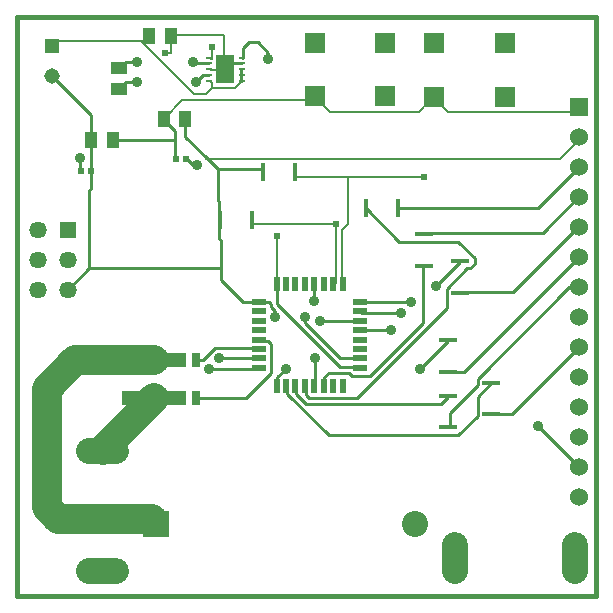
<source format=gtl>
G75*
%MOIN*%
%OFA0B0*%
%FSLAX25Y25*%
%IPPOS*%
%LPD*%
%AMOC8*
5,1,8,0,0,1.08239X$1,22.5*
%
%ADD10C,0.01600*%
%ADD11R,0.04400X0.05700*%
%ADD12R,0.05700X0.04400*%
%ADD13R,0.05000X0.02200*%
%ADD14R,0.02200X0.05000*%
%ADD15R,0.06791X0.06791*%
%ADD16R,0.01575X0.06299*%
%ADD17R,0.02200X0.02400*%
%ADD18R,0.06299X0.01575*%
%ADD19R,0.06024X0.06024*%
%ADD20C,0.06024*%
%ADD21R,0.05150X0.05150*%
%ADD22C,0.05150*%
%ADD23R,0.05740X0.05740*%
%ADD24C,0.05740*%
%ADD25R,0.08681X0.08681*%
%ADD26C,0.08681*%
%ADD27C,0.08685*%
%ADD28R,0.02362X0.00945*%
%ADD29R,0.06496X0.09449*%
%ADD30R,0.02756X0.04724*%
%ADD31R,0.21260X0.04724*%
%ADD32C,0.01000*%
%ADD33C,0.03600*%
%ADD34C,0.00600*%
%ADD35C,0.02400*%
%ADD36C,0.10000*%
D10*
X0030519Y0038647D02*
X0030519Y0231560D01*
X0223432Y0231560D01*
X0223432Y0038647D01*
X0030519Y0038647D01*
X0075381Y0064237D02*
X0077015Y0062604D01*
D11*
X0062376Y0190734D03*
X0055276Y0190734D03*
X0079410Y0197584D03*
X0086510Y0197584D03*
X0081706Y0225300D03*
X0074606Y0225300D03*
D12*
X0064495Y0214756D03*
X0064495Y0207656D03*
D13*
X0111178Y0136718D03*
X0111178Y0133568D03*
X0111178Y0130419D03*
X0111178Y0127269D03*
X0111178Y0124119D03*
X0111178Y0120970D03*
X0111178Y0117820D03*
X0111178Y0114671D03*
X0144978Y0114671D03*
X0144978Y0117820D03*
X0144978Y0120970D03*
X0144978Y0124119D03*
X0144978Y0127269D03*
X0144978Y0130419D03*
X0144978Y0133568D03*
X0144978Y0136718D03*
D14*
X0139101Y0142594D03*
X0135952Y0142594D03*
X0132802Y0142594D03*
X0129652Y0142594D03*
X0126503Y0142594D03*
X0123353Y0142594D03*
X0120204Y0142594D03*
X0117054Y0142594D03*
X0117054Y0108794D03*
X0120204Y0108794D03*
X0123353Y0108794D03*
X0126503Y0108794D03*
X0129652Y0108794D03*
X0132802Y0108794D03*
X0135952Y0108794D03*
X0139101Y0108794D03*
D15*
X0129692Y0205379D03*
X0129692Y0223096D03*
X0153314Y0223096D03*
X0169456Y0222820D03*
X0169456Y0205104D03*
X0153314Y0205379D03*
X0193078Y0205104D03*
X0193078Y0222820D03*
D16*
X0157566Y0168056D03*
X0146936Y0168056D03*
X0123314Y0179867D03*
X0112684Y0179867D03*
X0108747Y0164119D03*
X0098117Y0164119D03*
D17*
X0086736Y0184395D03*
X0083436Y0184395D03*
X0055043Y0180458D03*
X0051743Y0180458D03*
D18*
X0166267Y0159237D03*
X0166267Y0148608D03*
X0178235Y0150340D03*
X0178235Y0139710D03*
X0174298Y0123962D03*
X0174298Y0113332D03*
X0174298Y0105458D03*
X0174298Y0094828D03*
X0188668Y0099159D03*
X0188668Y0109789D03*
D19*
X0217763Y0201678D03*
D20*
X0217763Y0191678D03*
X0217763Y0181678D03*
X0217763Y0171678D03*
X0217763Y0161678D03*
X0217763Y0151678D03*
X0217763Y0141678D03*
X0217763Y0131678D03*
X0217763Y0121678D03*
X0217763Y0111678D03*
X0217763Y0101678D03*
X0217763Y0091678D03*
X0217763Y0081678D03*
X0217763Y0071678D03*
D21*
X0042330Y0221993D03*
D22*
X0042330Y0211993D03*
D23*
X0047645Y0160812D03*
D24*
X0037645Y0160812D03*
X0037645Y0150812D03*
X0047645Y0150812D03*
X0047645Y0140812D03*
X0037645Y0140812D03*
D25*
X0077015Y0062604D03*
D26*
X0163235Y0062604D03*
D27*
X0176621Y0055745D02*
X0176621Y0047060D01*
X0216621Y0047060D02*
X0216621Y0055745D01*
X0063365Y0047072D02*
X0054680Y0047072D01*
X0054680Y0087072D02*
X0063365Y0087072D01*
D28*
X0094456Y0210261D03*
X0094456Y0212230D03*
X0094456Y0214198D03*
X0094456Y0216167D03*
X0094456Y0218135D03*
X0105479Y0218135D03*
X0105479Y0216167D03*
X0105479Y0214198D03*
X0105479Y0212230D03*
X0105479Y0210261D03*
D29*
X0099967Y0214198D03*
D30*
X0090164Y0117190D03*
X0090164Y0104592D03*
D31*
X0076188Y0104592D03*
X0076188Y0117190D03*
D32*
X0090164Y0117190D02*
X0090558Y0117387D01*
X0092526Y0117387D01*
X0096463Y0121324D01*
X0110735Y0121324D01*
X0111178Y0120970D01*
X0111227Y0123785D02*
X0111178Y0124119D01*
X0111227Y0123785D02*
X0114180Y0123785D01*
X0115164Y0122800D01*
X0115164Y0112958D01*
X0106798Y0104592D01*
X0090164Y0104592D01*
X0094495Y0114434D02*
X0110735Y0114434D01*
X0111178Y0114671D01*
X0111178Y0117820D02*
X0110735Y0117879D01*
X0097940Y0117879D01*
X0117133Y0111482D02*
X0117133Y0109021D01*
X0117054Y0108794D01*
X0120204Y0108794D02*
X0120578Y0108529D01*
X0120578Y0106068D01*
X0134357Y0092289D01*
X0177664Y0092289D01*
X0184062Y0098686D01*
X0184062Y0105084D01*
X0188491Y0109513D01*
X0188668Y0109789D01*
X0184062Y0109021D02*
X0184062Y0110989D01*
X0214574Y0141501D01*
X0217526Y0141501D01*
X0217763Y0141678D01*
X0217526Y0151344D02*
X0217763Y0151678D01*
X0217526Y0151344D02*
X0179633Y0113450D01*
X0174712Y0113450D01*
X0174298Y0113332D01*
X0174298Y0105458D02*
X0174219Y0105084D01*
X0171759Y0102623D01*
X0126975Y0102623D01*
X0123530Y0106068D01*
X0123530Y0108529D01*
X0123353Y0108794D01*
X0126503Y0108794D02*
X0126975Y0108529D01*
X0126975Y0105576D01*
X0127960Y0104592D01*
X0143708Y0104592D01*
X0173727Y0134611D01*
X0173727Y0141009D01*
X0180617Y0147899D01*
X0181601Y0147899D01*
X0183078Y0149375D01*
X0183078Y0151344D01*
X0177664Y0156757D01*
X0157979Y0156757D01*
X0147152Y0167584D01*
X0146936Y0168056D01*
X0157566Y0168056D02*
X0157979Y0168076D01*
X0204239Y0168076D01*
X0217526Y0181363D01*
X0217763Y0181678D01*
X0217763Y0171678D02*
X0217526Y0171521D01*
X0205715Y0159710D01*
X0166345Y0159710D01*
X0166267Y0159237D01*
X0166267Y0148608D02*
X0165853Y0148391D01*
X0165853Y0129690D01*
X0148137Y0111974D01*
X0142231Y0111974D01*
X0141247Y0112958D01*
X0134357Y0112958D01*
X0132881Y0111482D01*
X0132881Y0109021D01*
X0132802Y0108794D01*
X0129928Y0109021D02*
X0129652Y0108794D01*
X0129928Y0109021D02*
X0129928Y0117879D01*
X0138294Y0117879D02*
X0126483Y0129690D01*
X0126483Y0131659D01*
X0131404Y0130182D02*
X0144692Y0130182D01*
X0144978Y0130419D01*
X0145184Y0133135D02*
X0144978Y0133568D01*
X0145184Y0133135D02*
X0158471Y0133135D01*
X0161916Y0136580D02*
X0145184Y0136580D01*
X0144978Y0136718D01*
X0144978Y0127269D02*
X0145184Y0127230D01*
X0155026Y0127230D01*
X0144978Y0117820D02*
X0144692Y0117879D01*
X0138294Y0117879D01*
X0138294Y0114926D02*
X0144692Y0114926D01*
X0144978Y0114671D01*
X0138294Y0114926D02*
X0117133Y0136088D01*
X0117133Y0142486D01*
X0117054Y0142594D01*
X0114672Y0136580D02*
X0111227Y0136580D01*
X0111178Y0136718D01*
X0110735Y0136580D01*
X0105814Y0136580D01*
X0098432Y0143962D01*
X0098432Y0147899D01*
X0054633Y0147899D01*
X0054633Y0173982D01*
X0055125Y0174474D01*
X0055125Y0180379D01*
X0055043Y0180458D01*
X0055125Y0180871D01*
X0055125Y0190714D01*
X0055276Y0190734D01*
X0055125Y0191206D01*
X0055125Y0199080D01*
X0042330Y0211875D01*
X0042330Y0211993D01*
X0064495Y0214756D02*
X0064967Y0214828D01*
X0066936Y0216797D01*
X0070381Y0216797D01*
X0070381Y0209907D02*
X0066936Y0209907D01*
X0064967Y0207938D01*
X0064495Y0207656D01*
X0079410Y0197584D02*
X0079731Y0197111D01*
X0083176Y0193667D01*
X0083176Y0190714D01*
X0062507Y0190714D01*
X0062376Y0190734D01*
X0051680Y0184808D02*
X0051680Y0180871D01*
X0051743Y0180458D01*
X0083176Y0184808D02*
X0083436Y0184395D01*
X0083176Y0184808D02*
X0083176Y0190714D01*
X0086621Y0191698D02*
X0093757Y0184562D01*
X0097448Y0180871D01*
X0112212Y0180871D01*
X0112684Y0179867D01*
X0097448Y0180871D02*
X0097448Y0170537D01*
X0097940Y0170045D01*
X0097940Y0164139D01*
X0098117Y0164119D01*
X0097940Y0163647D01*
X0097940Y0157741D01*
X0098432Y0157249D01*
X0098432Y0147899D01*
X0114672Y0136580D02*
X0115164Y0136088D01*
X0115164Y0135104D01*
X0116641Y0133627D01*
X0116641Y0131659D01*
X0129436Y0137072D02*
X0129436Y0142486D01*
X0129652Y0142594D01*
X0120086Y0114434D02*
X0117133Y0111482D01*
X0076286Y0104592D02*
X0076188Y0104592D01*
X0059062Y0087367D02*
X0059023Y0087072D01*
X0047645Y0140812D02*
X0047743Y0141009D01*
X0054633Y0147899D01*
X0089082Y0182348D02*
X0087113Y0184316D01*
X0086736Y0184395D01*
X0089082Y0182348D02*
X0090558Y0182348D01*
X0086621Y0191698D02*
X0086621Y0197111D01*
X0086510Y0197584D01*
X0090066Y0209907D02*
X0092526Y0212367D01*
X0094003Y0212367D01*
X0094456Y0212230D01*
X0099908Y0214336D02*
X0099967Y0214198D01*
X0099908Y0214336D02*
X0099908Y0216304D01*
X0105322Y0216304D01*
X0105479Y0216167D01*
X0105479Y0218135D02*
X0105814Y0218273D01*
X0105814Y0221226D01*
X0107782Y0223194D01*
X0110735Y0223194D01*
X0114180Y0219749D01*
X0114180Y0217781D01*
X0105479Y0214198D02*
X0105322Y0213844D01*
X0105322Y0212367D01*
X0105479Y0212230D01*
X0105322Y0211875D01*
X0105322Y0210399D01*
X0105479Y0210261D01*
X0094456Y0216167D02*
X0094003Y0216304D01*
X0089574Y0216304D01*
X0089082Y0216797D01*
X0170282Y0141993D02*
X0178156Y0149867D01*
X0178235Y0150340D01*
X0178649Y0140025D02*
X0178235Y0139710D01*
X0178649Y0140025D02*
X0195873Y0140025D01*
X0217526Y0161678D01*
X0217763Y0161678D01*
X0174298Y0123962D02*
X0174219Y0123785D01*
X0164869Y0114434D01*
X0174712Y0099671D02*
X0184062Y0109021D01*
X0188668Y0099159D02*
X0188983Y0099178D01*
X0195381Y0099178D01*
X0217526Y0121324D01*
X0217763Y0121678D01*
X0204239Y0095241D02*
X0217526Y0081954D01*
X0217763Y0081678D01*
X0174712Y0095241D02*
X0174298Y0094828D01*
X0174712Y0095241D02*
X0174712Y0099671D01*
D33*
X0164869Y0114434D03*
X0155026Y0127230D03*
X0158471Y0133135D03*
X0161916Y0136580D03*
X0170282Y0141993D03*
X0131404Y0130182D03*
X0126483Y0131659D03*
X0129436Y0137072D03*
X0116641Y0131659D03*
X0129928Y0117879D03*
X0120086Y0114434D03*
X0097940Y0117879D03*
X0094495Y0114434D03*
X0090558Y0182348D03*
X0090066Y0209907D03*
X0089082Y0216797D03*
X0070381Y0216797D03*
X0070381Y0209907D03*
X0051680Y0184808D03*
X0114180Y0217781D03*
X0204239Y0095241D03*
D34*
X0139101Y0142594D02*
X0138786Y0142978D01*
X0138786Y0160694D01*
X0140755Y0162663D01*
X0140755Y0178411D01*
X0166345Y0178411D01*
X0164377Y0200064D02*
X0134849Y0200064D01*
X0130912Y0204001D01*
X0129692Y0205379D01*
X0128944Y0204001D01*
X0085637Y0204001D01*
X0079731Y0198096D01*
X0079410Y0197584D01*
X0089574Y0205970D02*
X0071857Y0223686D01*
X0073826Y0223686D01*
X0074606Y0225300D01*
X0071857Y0223686D02*
X0042330Y0223686D01*
X0042330Y0221993D01*
X0079731Y0219749D02*
X0081700Y0219749D01*
X0081700Y0223686D01*
X0081706Y0225300D01*
X0083668Y0225655D01*
X0099416Y0225655D01*
X0099416Y0215812D01*
X0099967Y0214198D01*
X0099416Y0213844D01*
X0095479Y0213844D01*
X0094456Y0214198D01*
X0094456Y0210261D02*
X0095479Y0209907D01*
X0095479Y0207938D01*
X0093511Y0205970D01*
X0089574Y0205970D01*
X0095479Y0207938D02*
X0103353Y0207938D01*
X0105322Y0209907D01*
X0105479Y0210261D01*
X0095479Y0217781D02*
X0094456Y0218135D01*
X0095479Y0217781D02*
X0095479Y0221718D01*
X0093757Y0184562D02*
X0093511Y0184316D01*
X0211621Y0184316D01*
X0217526Y0190222D01*
X0217763Y0191678D01*
X0217526Y0200064D02*
X0217763Y0201678D01*
X0217526Y0200064D02*
X0174219Y0200064D01*
X0170282Y0204001D01*
X0169456Y0205104D01*
X0168314Y0204001D01*
X0164377Y0200064D01*
X0140755Y0178411D02*
X0123038Y0178411D01*
X0123314Y0179867D01*
X0108747Y0164119D02*
X0109259Y0162663D01*
X0136818Y0162663D01*
X0136818Y0142978D01*
X0135952Y0142594D01*
X0117133Y0142978D02*
X0117133Y0158726D01*
X0117133Y0142978D02*
X0117054Y0142594D01*
D35*
X0117133Y0158726D03*
X0136818Y0162663D03*
X0166345Y0178411D03*
X0095479Y0221718D03*
X0079731Y0219749D03*
D36*
X0076188Y0117190D02*
X0050007Y0117190D01*
X0040361Y0107545D01*
X0040361Y0068174D01*
X0044298Y0064237D01*
X0075381Y0064237D01*
X0059062Y0087367D02*
X0076286Y0104592D01*
M02*

</source>
